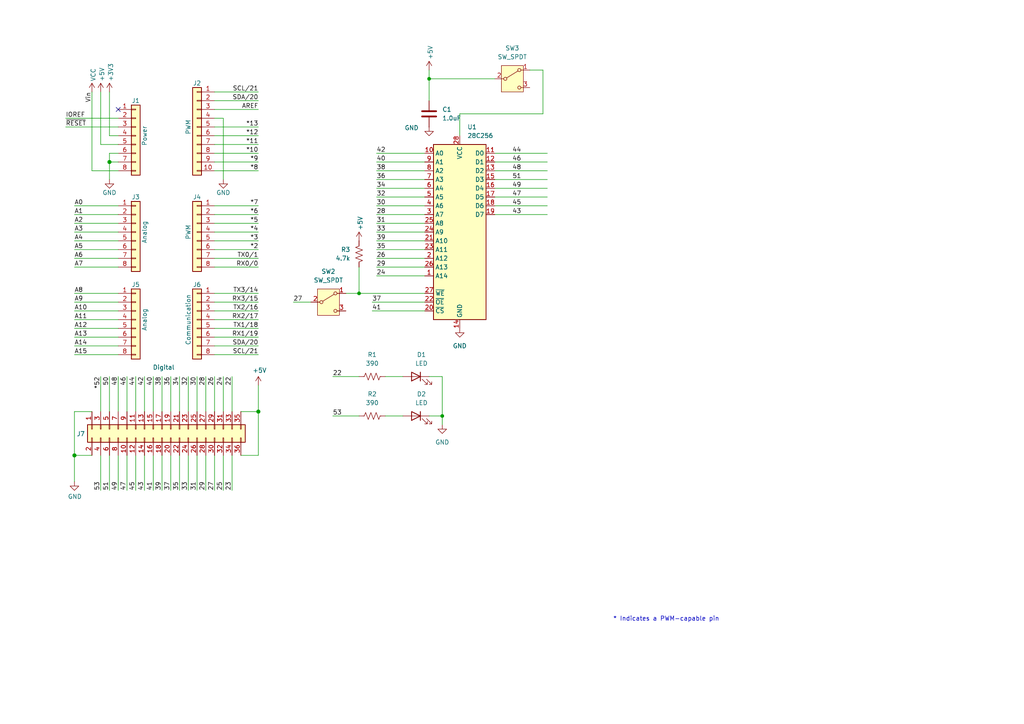
<source format=kicad_sch>
(kicad_sch (version 20231120) (generator "eeschema") (generator_version "8.0")
  (paper "A4")
  (title_block (date "mar. 31 mars 2015"))
  (lib_symbols
    (symbol "Connector_Generic:Conn_01x08" (pin_names (offset 1.016) hide)
      (property "Reference" "J" (at 0 10.16 0))
      (property "Value" "Conn_01x08" (at 0 -12.7 0))
      (symbol "Conn_01x08_1_1"
        (rectangle (start -1.27 -10.033) (end 0 -10.287) (stroke (width 0.1524)))
        (rectangle (start -1.27 -7.493) (end 0 -7.747) (stroke (width 0.1524)))
        (rectangle (start -1.27 -4.953) (end 0 -5.207) (stroke (width 0.1524)))
        (rectangle (start -1.27 -2.413) (end 0 -2.667) (stroke (width 0.1524)))
        (rectangle (start -1.27 0.127) (end 0 -0.127) (stroke (width 0.1524)))
        (rectangle (start -1.27 2.667) (end 0 2.413) (stroke (width 0.1524)))
        (rectangle (start -1.27 5.207) (end 0 4.953) (stroke (width 0.1524)))
        (rectangle (start -1.27 7.747) (end 0 7.493) (stroke (width 0.1524)))
        (rectangle (start -1.27 8.89) (end 1.27 -11.43) (stroke (width 0.254)) (fill (type background)))
        (pin passive line (at -5.08 7.62 0) (length 3.81) (name "Pin_1") (number "1"))
        (pin passive line (at -5.08 5.08 0) (length 3.81) (name "Pin_2") (number "2"))
        (pin passive line (at -5.08 2.54 0) (length 3.81) (name "Pin_3") (number "3"))
        (pin passive line (at -5.08 0 0) (length 3.81) (name "Pin_4") (number "4"))
        (pin passive line (at -5.08 -2.54 0) (length 3.81) (name "Pin_5") (number "5"))
        (pin passive line (at -5.08 -5.08 0) (length 3.81) (name "Pin_6") (number "6"))
        (pin passive line (at -5.08 -7.62 0) (length 3.81) (name "Pin_7") (number "7"))
        (pin passive line (at -5.08 -10.16 0) (length 3.81) (name "Pin_8") (number "8"))
      )
    )
    (symbol "Connector_Generic:Conn_01x10" (pin_names (offset 1.016) hide)
      (property "Reference" "J" (at 0 12.7 0))
      (property "Value" "Conn_01x10" (at 0 -15.24 0))
      (symbol "Conn_01x10_1_1"
        (rectangle (start -1.27 -12.573) (end 0 -12.827) (stroke (width 0.1524)))
        (rectangle (start -1.27 -10.033) (end 0 -10.287) (stroke (width 0.1524)))
        (rectangle (start -1.27 -7.493) (end 0 -7.747) (stroke (width 0.1524)))
        (rectangle (start -1.27 -4.953) (end 0 -5.207) (stroke (width 0.1524)))
        (rectangle (start -1.27 -2.413) (end 0 -2.667) (stroke (width 0.1524)))
        (rectangle (start -1.27 0.127) (end 0 -0.127) (stroke (width 0.1524)))
        (rectangle (start -1.27 2.667) (end 0 2.413) (stroke (width 0.1524)))
        (rectangle (start -1.27 5.207) (end 0 4.953) (stroke (width 0.1524)))
        (rectangle (start -1.27 7.747) (end 0 7.493) (stroke (width 0.1524)))
        (rectangle (start -1.27 10.287) (end 0 10.033) (stroke (width 0.1524)))
        (rectangle (start -1.27 11.43) (end 1.27 -13.97) (stroke (width 0.254)) (fill (type background)))
        (pin passive line (at -5.08 10.16 0) (length 3.81) (name "Pin_1") (number "1"))
        (pin passive line (at -5.08 -12.7 0) (length 3.81) (name "Pin_10") (number "10"))
        (pin passive line (at -5.08 7.62 0) (length 3.81) (name "Pin_2") (number "2"))
        (pin passive line (at -5.08 5.08 0) (length 3.81) (name "Pin_3") (number "3"))
        (pin passive line (at -5.08 2.54 0) (length 3.81) (name "Pin_4") (number "4"))
        (pin passive line (at -5.08 0 0) (length 3.81) (name "Pin_5") (number "5"))
        (pin passive line (at -5.08 -2.54 0) (length 3.81) (name "Pin_6") (number "6"))
        (pin passive line (at -5.08 -5.08 0) (length 3.81) (name "Pin_7") (number "7"))
        (pin passive line (at -5.08 -7.62 0) (length 3.81) (name "Pin_8") (number "8"))
        (pin passive line (at -5.08 -10.16 0) (length 3.81) (name "Pin_9") (number "9"))
      )
    )
    (symbol "Connector_Generic:Conn_02x18_Odd_Even" (pin_names (offset 1.016) hide)
      (property "Reference" "J" (at 1.27 22.86 0))
      (property "Value" "Conn_02x18_Odd_Even" (at 1.27 -25.4 0))
      (symbol "Conn_02x18_Odd_Even_1_1"
        (rectangle (start -1.27 -22.733) (end 0 -22.987) (stroke (width 0.1524)))
        (rectangle (start -1.27 -20.193) (end 0 -20.447) (stroke (width 0.1524)))
        (rectangle (start -1.27 -17.653) (end 0 -17.907) (stroke (width 0.1524)))
        (rectangle (start -1.27 -15.113) (end 0 -15.367) (stroke (width 0.1524)))
        (rectangle (start -1.27 -12.573) (end 0 -12.827) (stroke (width 0.1524)))
        (rectangle (start -1.27 -10.033) (end 0 -10.287) (stroke (width 0.1524)))
        (rectangle (start -1.27 -7.493) (end 0 -7.747) (stroke (width 0.1524)))
        (rectangle (start -1.27 -4.953) (end 0 -5.207) (stroke (width 0.1524)))
        (rectangle (start -1.27 -2.413) (end 0 -2.667) (stroke (width 0.1524)))
        (rectangle (start -1.27 0.127) (end 0 -0.127) (stroke (width 0.1524)))
        (rectangle (start -1.27 2.667) (end 0 2.413) (stroke (width 0.1524)))
        (rectangle (start -1.27 5.207) (end 0 4.953) (stroke (width 0.1524)))
        (rectangle (start -1.27 7.747) (end 0 7.493) (stroke (width 0.1524)))
        (rectangle (start -1.27 10.287) (end 0 10.033) (stroke (width 0.1524)))
        (rectangle (start -1.27 12.827) (end 0 12.573) (stroke (width 0.1524)))
        (rectangle (start -1.27 15.367) (end 0 15.113) (stroke (width 0.1524)))
        (rectangle (start -1.27 17.907) (end 0 17.653) (stroke (width 0.1524)))
        (rectangle (start -1.27 20.447) (end 0 20.193) (stroke (width 0.1524)))
        (rectangle (start -1.27 21.59) (end 3.81 -24.13) (stroke (width 0.254)) (fill (type background)))
        (rectangle (start 3.81 -22.733) (end 2.54 -22.987) (stroke (width 0.1524)))
        (rectangle (start 3.81 -20.193) (end 2.54 -20.447) (stroke (width 0.1524)))
        (rectangle (start 3.81 -17.653) (end 2.54 -17.907) (stroke (width 0.1524)))
        (rectangle (start 3.81 -15.113) (end 2.54 -15.367) (stroke (width 0.1524)))
        (rectangle (start 3.81 -12.573) (end 2.54 -12.827) (stroke (width 0.1524)))
        (rectangle (start 3.81 -10.033) (end 2.54 -10.287) (stroke (width 0.1524)))
        (rectangle (start 3.81 -7.493) (end 2.54 -7.747) (stroke (width 0.1524)))
        (rectangle (start 3.81 -4.953) (end 2.54 -5.207) (stroke (width 0.1524)))
        (rectangle (start 3.81 -2.413) (end 2.54 -2.667) (stroke (width 0.1524)))
        (rectangle (start 3.81 0.127) (end 2.54 -0.127) (stroke (width 0.1524)))
        (rectangle (start 3.81 2.667) (end 2.54 2.413) (stroke (width 0.1524)))
        (rectangle (start 3.81 5.207) (end 2.54 4.953) (stroke (width 0.1524)))
        (rectangle (start 3.81 7.747) (end 2.54 7.493) (stroke (width 0.1524)))
        (rectangle (start 3.81 10.287) (end 2.54 10.033) (stroke (width 0.1524)))
        (rectangle (start 3.81 12.827) (end 2.54 12.573) (stroke (width 0.1524)))
        (rectangle (start 3.81 15.367) (end 2.54 15.113) (stroke (width 0.1524)))
        (rectangle (start 3.81 17.907) (end 2.54 17.653) (stroke (width 0.1524)))
        (rectangle (start 3.81 20.447) (end 2.54 20.193) (stroke (width 0.1524)))
        (pin passive line (at -5.08 20.32 0) (length 3.81) (name "Pin_1") (number "1"))
        (pin passive line (at 7.62 10.16 180) (length 3.81) (name "Pin_10") (number "10"))
        (pin passive line (at -5.08 7.62 0) (length 3.81) (name "Pin_11") (number "11"))
        (pin passive line (at 7.62 7.62 180) (length 3.81) (name "Pin_12") (number "12"))
        (pin passive line (at -5.08 5.08 0) (length 3.81) (name "Pin_13") (number "13"))
        (pin passive line (at 7.62 5.08 180) (length 3.81) (name "Pin_14") (number "14"))
        (pin passive line (at -5.08 2.54 0) (length 3.81) (name "Pin_15") (number "15"))
        (pin passive line (at 7.62 2.54 180) (length 3.81) (name "Pin_16") (number "16"))
        (pin passive line (at -5.08 0 0) (length 3.81) (name "Pin_17") (number "17"))
        (pin passive line (at 7.62 0 180) (length 3.81) (name "Pin_18") (number "18"))
        (pin passive line (at -5.08 -2.54 0) (length 3.81) (name "Pin_19") (number "19"))
        (pin passive line (at 7.62 20.32 180) (length 3.81) (name "Pin_2") (number "2"))
        (pin passive line (at 7.62 -2.54 180) (length 3.81) (name "Pin_20") (number "20"))
        (pin passive line (at -5.08 -5.08 0) (length 3.81) (name "Pin_21") (number "21"))
        (pin passive line (at 7.62 -5.08 180) (length 3.81) (name "Pin_22") (number "22"))
        (pin passive line (at -5.08 -7.62 0) (length 3.81) (name "Pin_23") (number "23"))
        (pin passive line (at 7.62 -7.62 180) (length 3.81) (name "Pin_24") (number "24"))
        (pin passive line (at -5.08 -10.16 0) (length 3.81) (name "Pin_25") (number "25"))
        (pin passive line (at 7.62 -10.16 180) (length 3.81) (name "Pin_26") (number "26"))
        (pin passive line (at -5.08 -12.7 0) (length 3.81) (name "Pin_27") (number "27"))
        (pin passive line (at 7.62 -12.7 180) (length 3.81) (name "Pin_28") (number "28"))
        (pin passive line (at -5.08 -15.24 0) (length 3.81) (name "Pin_29") (number "29"))
        (pin passive line (at -5.08 17.78 0) (length 3.81) (name "Pin_3") (number "3"))
        (pin passive line (at 7.62 -15.24 180) (length 3.81) (name "Pin_30") (number "30"))
        (pin passive line (at -5.08 -17.78 0) (length 3.81) (name "Pin_31") (number "31"))
        (pin passive line (at 7.62 -17.78 180) (length 3.81) (name "Pin_32") (number "32"))
        (pin passive line (at -5.08 -20.32 0) (length 3.81) (name "Pin_33") (number "33"))
        (pin passive line (at 7.62 -20.32 180) (length 3.81) (name "Pin_34") (number "34"))
        (pin passive line (at -5.08 -22.86 0) (length 3.81) (name "Pin_35") (number "35"))
        (pin passive line (at 7.62 -22.86 180) (length 3.81) (name "Pin_36") (number "36"))
        (pin passive line (at 7.62 17.78 180) (length 3.81) (name "Pin_4") (number "4"))
        (pin passive line (at -5.08 15.24 0) (length 3.81) (name "Pin_5") (number "5"))
        (pin passive line (at 7.62 15.24 180) (length 3.81) (name "Pin_6") (number "6"))
        (pin passive line (at -5.08 12.7 0) (length 3.81) (name "Pin_7") (number "7"))
        (pin passive line (at 7.62 12.7 180) (length 3.81) (name "Pin_8") (number "8"))
        (pin passive line (at -5.08 10.16 0) (length 3.81) (name "Pin_9") (number "9"))
      )
    )
    (symbol "Device:C" (pin_numbers hide) (pin_names (offset 0.254))
      (property "Reference" "C" (at 0.635 2.54 0))
      (property "Value" "C" (at 0.635 -2.54 0))
      (symbol "C_0_1"
        (polyline (pts (xy -2.032 -0.762) (xy 2.032 -0.762)) (stroke (width 0.508)))
        (polyline (pts (xy -2.032 0.762) (xy 2.032 0.762)) (stroke (width 0.508)))
      )
      (symbol "C_1_1"
        (pin passive line (at 0 3.81 270) (length 2.794) (name "~") (number "1"))
        (pin passive line (at 0 -3.81 90) (length 2.794) (name "~") (number "2"))
      )
    )
    (symbol "Device:LED" (pin_numbers hide) (pin_names (offset 1.016) hide)
      (property "Reference" "D" (at 0 2.54 0))
      (property "Value" "LED" (at 0 -2.54 0))
      (symbol "LED_0_1"
        (polyline (pts (xy -1.27 -1.27) (xy -1.27 1.27)) (stroke (width 0.254)))
        (polyline (pts (xy -1.27 0) (xy 1.27 0)))
        (polyline (pts (xy 1.27 -1.27) (xy 1.27 1.27) (xy -1.27 0) (xy 1.27 -1.27)) (stroke (width 0.254)))
        (polyline (pts (xy -3.048 -0.762) (xy -4.572 -2.286) (xy -3.81 -2.286) (xy -4.572 -2.286) (xy -4.572 -1.524)))
        (polyline (pts (xy -1.778 -0.762) (xy -3.302 -2.286) (xy -2.54 -2.286) (xy -3.302 -2.286) (xy -3.302 -1.524)))
      )
      (symbol "LED_1_1"
        (pin passive line (at -3.81 0 0) (length 2.54) (name "K") (number "1"))
        (pin passive line (at 3.81 0 180) (length 2.54) (name "A") (number "2"))
      )
    )
    (symbol "Device:R_US" (pin_numbers hide) (pin_names (offset 0))
      (property "Reference" "R" (at 2.54 0 90))
      (property "Value" "R_US" (at -2.54 0 90))
      (symbol "R_US_0_1"
        (polyline (pts (xy 0 -2.286) (xy 0 -2.54)))
        (polyline (pts (xy 0 2.286) (xy 0 2.54)))
        (polyline (pts (xy 0 -0.762) (xy 1.016 -1.143) (xy 0 -1.524) (xy -1.016 -1.905) (xy 0 -2.286)))
        (polyline (pts (xy 0 0.762) (xy 1.016 0.381) (xy 0 0) (xy -1.016 -0.381) (xy 0 -0.762)))
        (polyline (pts (xy 0 2.286) (xy 1.016 1.905) (xy 0 1.524) (xy -1.016 1.143) (xy 0 0.762)))
      )
      (symbol "R_US_1_1"
        (pin passive line (at 0 3.81 270) (length 1.27) (name "~") (number "1"))
        (pin passive line (at 0 -3.81 90) (length 1.27) (name "~") (number "2"))
      )
    )
    (symbol "GND_1" (power) (pin_numbers hide) (pin_names (offset 0) hide)
      (property "Value" "GND" (at 0 -3.81 0))
      (symbol "GND_1_0_1"
        (polyline (pts (xy 0 0) (xy 0 -1.27) (xy 1.27 -1.27) (xy 0 -2.54) (xy -1.27 -1.27) (xy 0 -1.27)))
      )
      (symbol "GND_1_1_1"
        (pin power_in line (at 0 0 270) (length 0) (name "~") (number "1"))
      )
    )
    (symbol "GND_2" (power) (pin_numbers hide) (pin_names (offset 0) hide)
      (property "Value" "GND" (at 0 -3.81 0))
      (symbol "GND_2_0_1"
        (polyline (pts (xy 0 0) (xy 0 -1.27) (xy 1.27 -1.27) (xy 0 -2.54) (xy -1.27 -1.27) (xy 0 -1.27)))
      )
      (symbol "GND_2_1_1"
        (pin power_in line (at 0 0 270) (length 0) (name "~") (number "1"))
      )
    )
    (symbol "Memory_EEPROM:28C256"
      (property "Reference" "U" (at -7.62 26.67 0))
      (property "Value" "28C256" (at 2.54 -26.67 0))
      (symbol "28C256_1_1"
        (rectangle (start -7.62 25.4) (end 7.62 -25.4) (stroke (width 0.254)) (fill (type background)))
        (pin input line (at -10.16 -12.7 0) (length 2.54) (name "A14") (number "1"))
        (pin input line (at -10.16 22.86 0) (length 2.54) (name "A0") (number "10"))
        (pin tri_state line (at 10.16 22.86 180) (length 2.54) (name "D0") (number "11"))
        (pin tri_state line (at 10.16 20.32 180) (length 2.54) (name "D1") (number "12"))
        (pin tri_state line (at 10.16 17.78 180) (length 2.54) (name "D2") (number "13"))
        (pin power_in line (at 0 -27.94 90) (length 2.54) (name "GND") (number "14"))
        (pin tri_state line (at 10.16 15.24 180) (length 2.54) (name "D3") (number "15"))
        (pin tri_state line (at 10.16 12.7 180) (length 2.54) (name "D4") (number "16"))
        (pin tri_state line (at 10.16 10.16 180) (length 2.54) (name "D5") (number "17"))
        (pin tri_state line (at 10.16 7.62 180) (length 2.54) (name "D6") (number "18"))
        (pin tri_state line (at 10.16 5.08 180) (length 2.54) (name "D7") (number "19"))
        (pin input line (at -10.16 -7.62 0) (length 2.54) (name "A12") (number "2"))
        (pin input line (at -10.16 -22.86 0) (length 2.54) (name "~{CS}") (number "20"))
        (pin input line (at -10.16 -2.54 0) (length 2.54) (name "A10") (number "21"))
        (pin input line (at -10.16 -20.32 0) (length 2.54) (name "~{OE}") (number "22"))
        (pin input line (at -10.16 -5.08 0) (length 2.54) (name "A11") (number "23"))
        (pin input line (at -10.16 0 0) (length 2.54) (name "A9") (number "24"))
        (pin input line (at -10.16 2.54 0) (length 2.54) (name "A8") (number "25"))
        (pin input line (at -10.16 -10.16 0) (length 2.54) (name "A13") (number "26"))
        (pin input line (at -10.16 -17.78 0) (length 2.54) (name "~{WE}") (number "27"))
        (pin power_in line (at 0 27.94 270) (length 2.54) (name "VCC") (number "28"))
        (pin input line (at -10.16 5.08 0) (length 2.54) (name "A7") (number "3"))
        (pin input line (at -10.16 7.62 0) (length 2.54) (name "A6") (number "4"))
        (pin input line (at -10.16 10.16 0) (length 2.54) (name "A5") (number "5"))
        (pin input line (at -10.16 12.7 0) (length 2.54) (name "A4") (number "6"))
        (pin input line (at -10.16 15.24 0) (length 2.54) (name "A3") (number "7"))
        (pin input line (at -10.16 17.78 0) (length 2.54) (name "A2") (number "8"))
        (pin input line (at -10.16 20.32 0) (length 2.54) (name "A1") (number "9"))
      )
    )
    (symbol "Switch:SW_SPDT" (pin_names (offset 0) hide)
      (property "Reference" "SW" (at 0 5.08 0))
      (property "Value" "SW_SPDT" (at 0 -5.08 0))
      (symbol "SW_SPDT_0_1"
        (circle (center -2.032 0) (radius 0.4572))
        (polyline (pts (xy -1.651 0.254) (xy 1.651 2.286)))
        (circle (center 2.032 -2.54) (radius 0.4572))
        (circle (center 2.032 2.54) (radius 0.4572))
      )
      (symbol "SW_SPDT_1_1"
        (rectangle (start -3.175 3.81) (end 3.175 -3.81) (fill (type background)))
        (pin passive line (at 5.08 2.54 180) (length 2.54) (name "A") (number "1"))
        (pin passive line (at -5.08 0 0) (length 2.54) (name "B") (number "2"))
        (pin passive line (at 5.08 -2.54 180) (length 2.54) (name "C") (number "3"))
      )
    )
    (symbol "power:+3V3" (power) (pin_names (offset 0))
      (property "Value" "+3V3" (at 0 3.556 0))
      (symbol "+3V3_0_1"
        (polyline (pts (xy -0.762 1.27) (xy 0 2.54)))
        (polyline (pts (xy 0 0) (xy 0 2.54)))
        (polyline (pts (xy 0 2.54) (xy 0.762 1.27)))
      )
      (symbol "+3V3_1_1"
        (pin power_in line (at 0 0 90) (length 0) hide (name "+3V3") (number "1"))
      )
    )
    (symbol "power:+5V" (power) (pin_names (offset 0))
      (property "Value" "+5V" (at 0 3.556 0))
      (symbol "+5V_0_1"
        (polyline (pts (xy -0.762 1.27) (xy 0 2.54)))
        (polyline (pts (xy 0 0) (xy 0 2.54)))
        (polyline (pts (xy 0 2.54) (xy 0.762 1.27)))
      )
      (symbol "+5V_1_1"
        (pin power_in line (at 0 0 90) (length 0) hide (name "+5V") (number "1"))
      )
    )
    (symbol "power:GND" (power) (pin_names (offset 0))
      (property "Value" "GND" (at 0 -3.81 0))
      (symbol "GND_0_1"
        (polyline (pts (xy 0 0) (xy 0 -1.27) (xy 1.27 -1.27) (xy 0 -2.54) (xy -1.27 -1.27) (xy 0 -1.27)))
      )
      (symbol "GND_1_1"
        (pin power_in line (at 0 0 270) (length 0) hide (name "GND") (number "1"))
      )
    )
    (symbol "power:VCC" (power) (pin_names (offset 0))
      (property "Value" "VCC" (at 0 3.81 0))
      (symbol "VCC_0_1"
        (polyline (pts (xy -0.762 1.27) (xy 0 2.54)))
        (polyline (pts (xy 0 0) (xy 0 2.54)))
        (polyline (pts (xy 0 2.54) (xy 0.762 1.27)))
      )
      (symbol "VCC_1_1"
        (pin power_in line (at 0 0 90) (length 0) hide (name "VCC") (number "1"))
      )
    )
  )
  (junction (at 21.59 132.08) (diameter 1.016))
  (junction (at 128.27 120.65))
  (junction (at 124.46 22.86))
  (junction (at 31.75 46.99) (diameter 1.016))
  (junction (at 104.14 85.09))
  (junction (at 74.93 119.38) (diameter 1.016))
  (no_connect (at 34.29 31.75))
  (wire (pts (xy 62.23 77.47) (xy 74.93 77.47)))
  (wire (pts (xy 109.22 69.85) (xy 123.19 69.85)))
  (wire (pts (xy 143.51 46.99) (xy 158.75 46.99)))
  (wire (pts (xy 21.59 77.47) (xy 34.29 77.47)))
  (wire (pts (xy 62.23 44.45) (xy 74.93 44.45)))
  (wire (pts (xy 44.45 109.22) (xy 44.45 119.38)))
  (wire (pts (xy 109.22 57.15) (xy 123.19 57.15)))
  (wire (pts (xy 62.23 26.67) (xy 74.93 26.67)))
  (wire (pts (xy 128.27 109.22) (xy 128.27 120.65)))
  (wire (pts (xy 46.99 109.22) (xy 46.99 119.38)))
  (wire (pts (xy 133.35 33.02) (xy 157.48 33.02)))
  (wire (pts (xy 96.52 109.22) (xy 104.14 109.22)))
  (wire (pts (xy 74.93 119.38) (xy 74.93 132.08)))
  (wire (pts (xy 26.67 119.38) (xy 21.59 119.38)))
  (wire (pts (xy 62.23 90.17) (xy 74.93 90.17)))
  (wire (pts (xy 31.75 44.45) (xy 31.75 46.99)))
  (wire (pts (xy 107.95 90.17) (xy 123.19 90.17)))
  (wire (pts (xy 49.53 132.08) (xy 49.53 142.24)))
  (wire (pts (xy 21.59 72.39) (xy 34.29 72.39)))
  (wire (pts (xy 54.61 109.22) (xy 54.61 119.38)))
  (wire (pts (xy 31.75 109.22) (xy 31.75 119.38)))
  (wire (pts (xy 67.31 109.22) (xy 67.31 119.38)))
  (wire (pts (xy 124.46 22.86) (xy 143.51 22.86)))
  (wire (pts (xy 109.22 46.99) (xy 123.19 46.99)))
  (wire (pts (xy 31.75 46.99) (xy 31.75 52.07)))
  (wire (pts (xy 62.23 132.08) (xy 62.23 142.24)))
  (wire (pts (xy 31.75 39.37) (xy 34.29 39.37)))
  (wire (pts (xy 41.91 109.22) (xy 41.91 119.38)))
  (wire (pts (xy 29.21 41.91) (xy 34.29 41.91)))
  (wire (pts (xy 52.07 132.08) (xy 52.07 142.24)))
  (wire (pts (xy 29.21 26.67) (xy 29.21 41.91)))
  (wire (pts (xy 21.59 102.87) (xy 34.29 102.87)))
  (wire (pts (xy 36.83 132.08) (xy 36.83 142.24)))
  (wire (pts (xy 59.69 132.08) (xy 59.69 142.24)))
  (wire (pts (xy 62.23 36.83) (xy 74.93 36.83)))
  (wire (pts (xy 31.75 26.67) (xy 31.75 39.37)))
  (wire (pts (xy 62.23 59.69) (xy 74.93 59.69)))
  (wire (pts (xy 124.46 20.32) (xy 124.46 22.86)))
  (wire (pts (xy 34.29 59.69) (xy 21.59 59.69)))
  (wire (pts (xy 62.23 39.37) (xy 74.93 39.37)))
  (wire (pts (xy 109.22 54.61) (xy 123.19 54.61)))
  (wire (pts (xy 34.29 100.33) (xy 21.59 100.33)))
  (wire (pts (xy 62.23 62.23) (xy 74.93 62.23)))
  (wire (pts (xy 109.22 80.01) (xy 123.19 80.01)))
  (wire (pts (xy 62.23 97.79) (xy 74.93 97.79)))
  (wire (pts (xy 143.51 54.61) (xy 158.75 54.61)))
  (wire (pts (xy 52.07 109.22) (xy 52.07 119.38)))
  (wire (pts (xy 21.59 119.38) (xy 21.59 132.08)))
  (wire (pts (xy 109.22 44.45) (xy 123.19 44.45)))
  (wire (pts (xy 36.83 109.22) (xy 36.83 119.38)))
  (wire (pts (xy 26.67 132.08) (xy 21.59 132.08)))
  (wire (pts (xy 109.22 74.93) (xy 123.19 74.93)))
  (wire (pts (xy 62.23 46.99) (xy 74.93 46.99)))
  (wire (pts (xy 59.69 109.22) (xy 59.69 119.38)))
  (wire (pts (xy 57.15 109.22) (xy 57.15 119.38)))
  (wire (pts (xy 39.37 132.08) (xy 39.37 142.24)))
  (wire (pts (xy 57.15 132.08) (xy 57.15 142.24)))
  (wire (pts (xy 34.29 132.08) (xy 34.29 142.24)))
  (wire (pts (xy 64.77 109.22) (xy 64.77 119.38)))
  (wire (pts (xy 124.46 120.65) (xy 128.27 120.65)))
  (wire (pts (xy 143.51 52.07) (xy 158.75 52.07)))
  (wire (pts (xy 62.23 67.31) (xy 74.93 67.31)))
  (wire (pts (xy 85.09 87.63) (xy 90.17 87.63)))
  (wire (pts (xy 109.22 72.39) (xy 123.19 72.39)))
  (wire (pts (xy 44.45 132.08) (xy 44.45 142.24)))
  (wire (pts (xy 39.37 109.22) (xy 39.37 119.38)))
  (wire (pts (xy 109.22 49.53) (xy 123.19 49.53)))
  (wire (pts (xy 19.05 34.29) (xy 34.29 34.29)))
  (wire (pts (xy 143.51 44.45) (xy 158.75 44.45)))
  (wire (pts (xy 123.19 85.09) (xy 104.14 85.09)))
  (wire (pts (xy 62.23 87.63) (xy 74.93 87.63)))
  (wire (pts (xy 109.22 64.77) (xy 123.19 64.77)))
  (wire (pts (xy 74.93 111.76) (xy 74.93 119.38)))
  (wire (pts (xy 124.46 22.86) (xy 124.46 29.21)))
  (wire (pts (xy 64.77 34.29) (xy 64.77 52.07)))
  (wire (pts (xy 62.23 102.87) (xy 74.93 102.87)))
  (wire (pts (xy 109.22 59.69) (xy 123.19 59.69)))
  (wire (pts (xy 62.23 31.75) (xy 74.93 31.75)))
  (wire (pts (xy 157.48 20.32) (xy 157.48 33.02)))
  (wire (pts (xy 143.51 57.15) (xy 158.75 57.15)))
  (wire (pts (xy 69.85 119.38) (xy 74.93 119.38)))
  (wire (pts (xy 62.23 95.25) (xy 74.93 95.25)))
  (wire (pts (xy 21.59 92.71) (xy 34.29 92.71)))
  (wire (pts (xy 143.51 59.69) (xy 158.75 59.69)))
  (wire (pts (xy 34.29 64.77) (xy 21.59 64.77)))
  (wire (pts (xy 19.05 36.83) (xy 34.29 36.83)))
  (wire (pts (xy 62.23 85.09) (xy 74.93 85.09)))
  (wire (pts (xy 124.46 109.22) (xy 128.27 109.22)))
  (wire (pts (xy 143.51 62.23) (xy 158.75 62.23)))
  (wire (pts (xy 34.29 46.99) (xy 31.75 46.99)))
  (wire (pts (xy 96.52 120.65) (xy 104.14 120.65)))
  (wire (pts (xy 107.95 87.63) (xy 123.19 87.63)))
  (wire (pts (xy 153.67 20.32) (xy 157.48 20.32)))
  (wire (pts (xy 34.29 49.53) (xy 26.67 49.53)))
  (wire (pts (xy 29.21 109.22) (xy 29.21 119.38)))
  (wire (pts (xy 128.27 120.65) (xy 128.27 123.19)))
  (wire (pts (xy 21.59 62.23) (xy 34.29 62.23)))
  (wire (pts (xy 109.22 77.47) (xy 123.19 77.47)))
  (wire (pts (xy 31.75 132.08) (xy 31.75 142.24)))
  (wire (pts (xy 54.61 132.08) (xy 54.61 142.24)))
  (wire (pts (xy 34.29 90.17) (xy 21.59 90.17)))
  (wire (pts (xy 29.21 132.08) (xy 29.21 142.24)))
  (wire (pts (xy 62.23 92.71) (xy 74.93 92.71)))
  (wire (pts (xy 62.23 34.29) (xy 64.77 34.29)))
  (wire (pts (xy 109.22 52.07) (xy 123.19 52.07)))
  (wire (pts (xy 46.99 132.08) (xy 46.99 142.24)))
  (wire (pts (xy 109.22 62.23) (xy 123.19 62.23)))
  (wire (pts (xy 34.29 44.45) (xy 31.75 44.45)))
  (wire (pts (xy 21.59 97.79) (xy 34.29 97.79)))
  (wire (pts (xy 62.23 109.22) (xy 62.23 119.38)))
  (wire (pts (xy 62.23 41.91) (xy 74.93 41.91)))
  (wire (pts (xy 49.53 109.22) (xy 49.53 119.38)))
  (wire (pts (xy 21.59 87.63) (xy 34.29 87.63)))
  (wire (pts (xy 62.23 64.77) (xy 74.93 64.77)))
  (wire (pts (xy 21.59 67.31) (xy 34.29 67.31)))
  (wire (pts (xy 34.29 109.22) (xy 34.29 119.38)))
  (wire (pts (xy 111.76 120.65) (xy 116.84 120.65)))
  (wire (pts (xy 62.23 100.33) (xy 74.93 100.33)))
  (wire (pts (xy 74.93 132.08) (xy 69.85 132.08)))
  (wire (pts (xy 109.22 67.31) (xy 123.19 67.31)))
  (wire (pts (xy 133.35 39.37) (xy 133.35 33.02)))
  (wire (pts (xy 34.29 85.09) (xy 21.59 85.09)))
  (wire (pts (xy 143.51 49.53) (xy 158.75 49.53)))
  (wire (pts (xy 67.31 132.08) (xy 67.31 142.24)))
  (wire (pts (xy 104.14 77.47) (xy 104.14 85.09)))
  (wire (pts (xy 62.23 29.21) (xy 74.93 29.21)))
  (wire (pts (xy 64.77 132.08) (xy 64.77 142.24)))
  (wire (pts (xy 62.23 72.39) (xy 74.93 72.39)))
  (wire (pts (xy 62.23 69.85) (xy 74.93 69.85)))
  (wire (pts (xy 111.76 109.22) (xy 116.84 109.22)))
  (wire (pts (xy 41.91 132.08) (xy 41.91 142.24)))
  (wire (pts (xy 100.33 85.09) (xy 104.14 85.09)))
  (wire (pts (xy 62.23 74.93) (xy 74.93 74.93)))
  (wire (pts (xy 34.29 95.25) (xy 21.59 95.25)))
  (wire (pts (xy 26.67 49.53) (xy 26.67 26.67)))
  (wire (pts (xy 21.59 132.08) (xy 21.59 139.7)))
  (wire (pts (xy 34.29 74.93) (xy 21.59 74.93)))
  (wire (pts (xy 34.29 69.85) (xy 21.59 69.85)))
  (wire (pts (xy 62.23 49.53) (xy 74.93 49.53)))
  (text "* Indicates a PWM-capable pin" (at 177.8 180.34 0) (effects (font (size 1.27 1.27)) (justify left bottom)))
  (label "A10" (at 21.59 90.17 0))
  (label "RX0{slash}0" (at 74.93 77.47 180))
  (label "31" (at 109.22 64.77 0))
  (label "A15" (at 21.59 102.87 0))
  (label "A2" (at 21.59 64.77 0))
  (label "RX2{slash}17" (at 74.93 92.71 180))
  (label "*4" (at 74.93 67.31 180))
  (label "51" (at 148.59 52.07 0))
  (label "SDA{slash}20" (at 74.93 100.33 180))
  (label "26" (at 62.23 109.22 270))
  (label "38" (at 109.22 49.53 0))
  (label "31" (at 57.15 142.24 90))
  (label "22" (at 96.52 109.22 0))
  (label "22" (at 67.31 109.22 270))
  (label "33" (at 54.61 142.24 90))
  (label "36" (at 49.53 109.22 270))
  (label "*2" (at 74.93 72.39 180))
  (label "TX1{slash}18" (at 74.93 95.25 180))
  (label "44" (at 39.37 109.22 270))
  (label "A3" (at 21.59 67.31 0))
  (label "*13" (at 74.93 36.83 180))
  (label "39" (at 109.22 69.85 0))
  (label "45" (at 148.59 59.69 0))
  (label "*52" (at 29.21 109.22 270))
  (label "32" (at 109.22 57.15 0))
  (label "*12" (at 74.93 39.37 180))
  (label "40" (at 44.45 109.22 270))
  (label "~{RESET}" (at 19.05 36.83 0))
  (label "53" (at 96.52 120.65 0))
  (label "48" (at 148.59 49.53 0))
  (label "35" (at 52.07 142.24 90))
  (label "35" (at 109.22 72.39 0))
  (label "*10" (at 74.93 44.45 180))
  (label "28" (at 109.22 62.23 0))
  (label "34" (at 109.22 54.61 0))
  (label "46" (at 148.59 46.99 0))
  (label "28" (at 59.69 109.22 270))
  (label "47" (at 148.59 57.15 0))
  (label "23" (at 67.31 142.24 90))
  (label "36" (at 109.22 52.07 0))
  (label "42" (at 109.22 44.45 0))
  (label "29" (at 59.69 142.24 90))
  (label "A13" (at 21.59 97.79 0))
  (label "24" (at 109.22 80.01 0))
  (label "41" (at 44.45 142.24 90))
  (label "30" (at 57.15 109.22 270))
  (label "47" (at 36.83 142.24 90))
  (label "34" (at 52.07 109.22 270))
  (label "45" (at 39.37 142.24 90))
  (label "30" (at 109.22 59.69 0))
  (label "38" (at 46.99 109.22 270))
  (label "51" (at 31.75 142.24 90))
  (label "*7" (at 74.93 59.69 180))
  (label "SDA{slash}20" (at 74.93 29.21 180))
  (label "*8" (at 74.93 49.53 180))
  (label "40" (at 109.22 46.99 0))
  (label "A9" (at 21.59 87.63 0))
  (label "*11" (at 74.93 41.91 180))
  (label "*3" (at 74.93 69.85 180))
  (label "43" (at 148.59 62.23 0))
  (label "A6" (at 21.59 74.93 0))
  (label "44" (at 148.59 44.45 0))
  (label "42" (at 41.91 109.22 270))
  (label "A1" (at 21.59 62.23 0))
  (label "53" (at 29.21 142.24 90))
  (label "TX0{slash}1" (at 74.93 74.93 180))
  (label "24" (at 64.77 109.22 270))
  (label "RX1{slash}19" (at 74.93 97.79 180))
  (label "A0" (at 21.59 59.69 0))
  (label "AREF" (at 74.93 31.75 180))
  (label "A14" (at 21.59 100.33 0))
  (label "39" (at 46.99 142.24 90))
  (label "A8" (at 21.59 85.09 0))
  (label "Vin" (at 26.67 26.67 270))
  (label "27" (at 62.23 142.24 90))
  (label "37" (at 49.53 142.24 90))
  (label "25" (at 64.77 142.24 90))
  (label "*6" (at 74.93 62.23 180))
  (label "46" (at 36.83 109.22 270))
  (label "SCL{slash}21" (at 74.93 26.67 180))
  (label "*9" (at 74.93 46.99 180))
  (label "26" (at 109.22 74.93 0))
  (label "50" (at 31.75 109.22 270))
  (label "TX2{slash}16" (at 74.93 90.17 180))
  (label "*5" (at 74.93 64.77 180))
  (label "IOREF" (at 19.05 34.29 0))
  (label "29" (at 109.22 77.47 0))
  (label "49" (at 148.59 54.61 0))
  (label "A7" (at 21.59 77.47 0))
  (label "33" (at 109.22 67.31 0))
  (label "A11" (at 21.59 92.71 0))
  (label "A4" (at 21.59 69.85 0))
  (label "27" (at 85.09 87.63 0))
  (label "49" (at 34.29 142.24 90))
  (label "A5" (at 21.59 72.39 0))
  (label "RX3{slash}15" (at 74.93 87.63 180))
  (label "TX3{slash}14" (at 74.93 85.09 180))
  (label "41" (at 107.95 90.17 0))
  (label "37" (at 107.95 87.63 0))
  (label "32" (at 54.61 109.22 270))
  (label "43" (at 41.91 142.24 90))
  (label "A12" (at 21.59 95.25 0))
  (label "SCL{slash}21" (at 74.93 102.87 180))
  (label "48" (at 34.29 109.22 270))
  (symbol (lib_id "Connector_Generic:Conn_01x08") (at 39.37 39.37 0) (unit 1)
    (property "Reference" "J1" (at 39.37 29.21 0))
    (property "Value" "Power" (at 41.91 39.37 90))
    (property "Footprint" "Connector_PinSocket_2.54mm:PinSocket_1x08_P2.54mm_Vertical" (effects (hide yes)))
  )
  (symbol (lib_id "power:+3V3") (at 31.75 26.67 0) (unit 1)
    (property "Reference" "#PWR03" (effects (hide yes)))
    (property "Value" "+3V3" (at 32.131 23.622 90) (effects (justify left)))
  )
  (symbol (lib_id "power:+5V") (at 29.21 26.67 0) (unit 1)
    (property "Reference" "#PWR02" (effects (hide yes)))
    (property "Value" "+5V" (at 29.5656 23.622 90) (effects (justify left)))
  )
  (symbol (lib_id "power:GND") (at 31.75 52.07 0) (unit 1)
    (property "Reference" "#PWR04" (effects (hide yes)))
    (property "Value" "GND" (at 31.75 55.88 0))
  )
  (symbol (lib_id "Connector_Generic:Conn_01x10") (at 57.15 36.83 0) (mirror y) (unit 1)
    (property "Reference" "J2" (at 57.15 24.13 0))
    (property "Value" "PWM" (at 54.61 36.83 90))
    (property "Footprint" "Connector_PinSocket_2.54mm:PinSocket_1x10_P2.54mm_Vertical" (effects (hide yes)))
  )
  (symbol (lib_id "power:GND") (at 64.77 52.07 0) (unit 1)
    (property "Reference" "#PWR05" (effects (hide yes)))
    (property "Value" "GND" (at 64.77 55.88 0))
  )
  (symbol (lib_id "Connector_Generic:Conn_01x08") (at 39.37 67.31 0) (unit 1)
    (property "Reference" "J3" (at 39.37 57.15 0))
    (property "Value" "Analog" (at 41.91 67.31 90))
    (property "Footprint" "Connector_PinSocket_2.54mm:PinSocket_1x08_P2.54mm_Vertical" (effects (hide yes)))
  )
  (symbol (lib_id "Connector_Generic:Conn_01x08") (at 57.15 67.31 0) (mirror y) (unit 1)
    (property "Reference" "J4" (at 57.15 57.15 0))
    (property "Value" "PWM" (at 54.61 67.31 90))
    (property "Footprint" "Connector_PinSocket_2.54mm:PinSocket_1x08_P2.54mm_Vertical" (effects (hide yes)))
  )
  (symbol (lib_id "Connector_Generic:Conn_01x08") (at 39.37 92.71 0) (unit 1)
    (property "Reference" "J5" (at 39.37 82.55 0))
    (property "Value" "Analog" (at 41.91 92.71 90))
    (property "Footprint" "Connector_PinSocket_2.54mm:PinSocket_1x08_P2.54mm_Vertical" (effects (hide yes)))
  )
  (symbol (lib_id "Connector_Generic:Conn_01x08") (at 57.15 92.71 0) (mirror y) (unit 1)
    (property "Reference" "J6" (at 57.15 82.55 0))
    (property "Value" "Communication" (at 54.61 92.71 90))
    (property "Footprint" "Connector_PinSocket_2.54mm:PinSocket_1x08_P2.54mm_Vertical" (effects (hide yes)))
  )
  (symbol (lib_id "Connector_Generic:Conn_02x18_Odd_Even") (at 46.99 124.46 90) (mirror x) (unit 1)
    (property "Reference" "J7" (at 24.6379 125.8506 90) (effects (justify left)))
    (property "Value" "Digital" (at 47.498 106.553 90))
    (property "Footprint" "Connector_PinSocket_2.54mm:PinSocket_2x18_P2.54mm_Vertical" (effects (hide yes)))
  )
  (symbol (lib_id "power:GND") (at 21.59 139.7 0) (unit 1)
    (property "Reference" "#PWR07" (effects (hide yes)))
    (property "Value" "GND" (at 21.7043 144.0244 0))
  )
  (symbol (lib_id "power:+5V") (at 74.93 111.76 0) (unit 1)
    (property "Reference" "#PWR06" (effects (hide yes)))
    (property "Value" "+5V" (at 75.2983 107.4356 0))
  )
  (symbol (lib_id "Device:C") (at 124.46 33.02 0) (mirror y) (unit 1)
    (property "Reference" "C1" (at 128.27 31.7499 0) (effects (justify right)))
    (property "Value" "1.0uF" (at 128.27 34.2899 0) (effects (justify right)))
    (property "Footprint" "Capacitor_THT:C_Disc_D7.5mm_W2.5mm_P5.00mm" (effects (hide yes)))
    (property "Description" "Unpolarized capacitor" (effects (hide yes)))
  )
  (symbol (lib_id "Device:LED") (at 120.65 109.22 0) (mirror y) (unit 1)
    (property "Reference" "D1" (at 122.2375 102.87 0))
    (property "Value" "LED" (at 122.2375 105.41 0))
    (property "Footprint" "LED_THT:LED_D3.0mm" (effects (hide yes)))
    (property "Description" "Light emitting diode" (effects (hide yes)))
  )
  (symbol (lib_id "Switch:SW_SPDT") (at 95.25 87.63 0) (unit 1)
    (property "Reference" "SW2" (at 95.25 78.74 0))
    (property "Value" "SW_SPDT" (at 95.25 81.28 0))
    (property "Footprint" "my_slide_sw:sw_spdt_2.54mm" (effects (hide yes)))
    (property "Description" "Switch, single pole double throw" (effects (hide yes)))
  )
  (symbol (lib_id "Device:R_US") (at 107.95 120.65 90) (unit 1)
    (property "Reference" "R2" (at 107.95 114.3 90))
    (property "Value" "390" (at 107.95 116.84 90))
    (property "Footprint" "Resistor_THT:R_Axial_DIN0204_L3.6mm_D1.6mm_P7.62mm_Horizontal" (effects (hide yes)))
    (property "Description" "Resistor, US symbol" (effects (hide yes)))
  )
  (symbol (lib_id "power:+5V") (at 104.14 69.85 0) (unit 1)
    (property "Reference" "#PWR012" (effects (hide yes)))
    (property "Value" "+5V" (at 104.4956 66.802 90) (effects (justify left)))
  )
  (symbol (lib_id "Memory_EEPROM:28C256") (at 133.35 67.31 0) (unit 1)
    (property "Reference" "U1" (at 135.5441 36.83 0) (effects (justify left)))
    (property "Value" "28C256" (at 135.5441 39.37 0) (effects (justify left)))
    (property "Footprint" "my_zif_28:DIP_Socket-28_W11.9_W12.7_W15.24_W17.78_W18.5_3M_228-1277-00-0602J" (effects (hide yes)))
    (property "Datasheet" "http://ww1.microchip.com/downloads/en/DeviceDoc/doc0006.pdf" (effects (hide yes)))
    (property "Description" "Paged Parallel EEPROM 256Kb (32K x 8), DIP-28/SOIC-28" (effects (hide yes)))
  )
  (symbol (lib_id "power:VCC") (at 26.67 26.67 0) (unit 1)
    (property "Reference" "#PWR01" (effects (hide yes)))
    (property "Value" "VCC" (at 27.051 23.622 90) (effects (justify left)))
  )
  (symbol (lib_name "GND_2") (lib_id "power:GND") (at 133.35 95.25 0) (unit 1)
    (property "Reference" "#PWR09" (effects (hide yes)))
    (property "Value" "GND" (at 133.35 100.33 0))
    (property "Description" "Power symbol creates a global label with name \"GND\" , ground" (effects (hide yes)))
  )
  (symbol (lib_id "power:+5V") (at 124.46 20.32 0) (unit 1)
    (property "Reference" "#PWR010" (effects (hide yes)))
    (property "Value" "+5V" (at 124.8156 17.272 90) (effects (justify left)))
  )
  (symbol (lib_id "Switch:SW_SPDT") (at 148.59 22.86 0) (unit 1)
    (property "Reference" "SW3" (at 148.59 13.97 0))
    (property "Value" "SW_SPDT" (at 148.59 16.51 0))
    (property "Footprint" "my_slide_sw:sw_spdt_2.54mm" (effects (hide yes)))
    (property "Description" "Switch, single pole double throw" (effects (hide yes)))
  )
  (symbol (lib_id "Device:LED") (at 120.65 120.65 0) (mirror y) (unit 1)
    (property "Reference" "D2" (at 122.2375 114.3 0))
    (property "Value" "LED" (at 122.2375 116.84 0))
    (property "Footprint" "LED_THT:LED_D3.0mm" (effects (hide yes)))
    (property "Description" "Light emitting diode" (effects (hide yes)))
  )
  (symbol (lib_id "Device:R_US") (at 107.95 109.22 90) (unit 1)
    (property "Reference" "R1" (at 107.95 102.87 90))
    (property "Value" "390" (at 107.95 105.41 90))
    (property "Footprint" "Resistor_THT:R_Axial_DIN0204_L3.6mm_D1.6mm_P7.62mm_Horizontal" (effects (hide yes)))
    (property "Description" "Resistor, US symbol" (effects (hide yes)))
  )
  (symbol (lib_id "Device:R_US") (at 104.14 73.66 0) (mirror x) (unit 1)
    (property "Reference" "R3" (at 101.6 72.3899 0) (effects (justify right)))
    (property "Value" "4.7k" (at 101.6 74.9299 0) (effects (justify right)))
    (property "Footprint" "Resistor_THT:R_Axial_DIN0204_L3.6mm_D1.6mm_P7.62mm_Horizontal" (effects (hide yes)))
    (property "Description" "Resistor, US symbol" (effects (hide yes)))
  )
  (symbol (lib_name "GND_1") (lib_id "power:GND") (at 128.27 123.19 0) (unit 1)
    (property "Reference" "#PWR08" (effects (hide yes)))
    (property "Value" "GND" (at 128.27 128.27 0))
    (property "Description" "Power symbol creates a global label with name \"GND\" , ground" (effects (hide yes)))
  )
  (symbol (lib_name "GND_2") (lib_id "power:GND") (at 124.46 36.83 0) (unit 1)
    (property "Reference" "#PWR011" (effects (hide yes)))
    (property "Value" "GND" (at 119.38 37.084 0))
    (property "Description" "Power symbol creates a global label with name \"GND\" , ground" (effects (hide yes)))
  )
)
</source>
